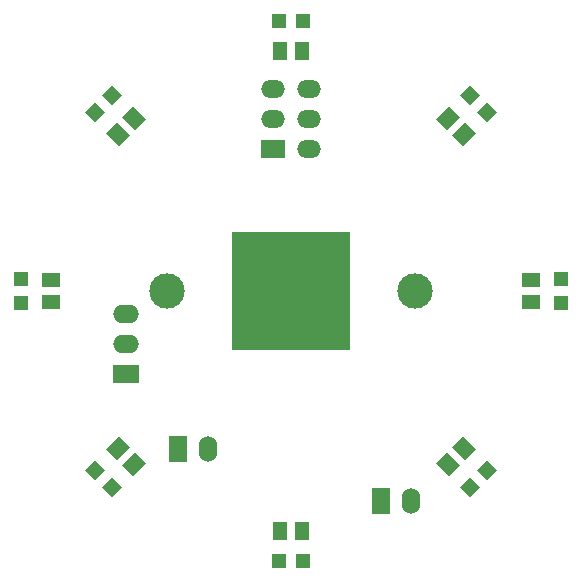
<source format=gbs>
%FSLAX34Y34*%
G04 Gerber Fmt 3.4, Leading zero omitted, Abs format*
G04 (created by PCBNEW (2013-jul-14)-product) date Sunday, 05 January 2014 05:56:02 pm*
%MOIN*%
G01*
G70*
G90*
G04 APERTURE LIST*
%ADD10C,0.005906*%
%ADD11C,0.118110*%
%ADD12R,0.393701X0.393701*%
%ADD13R,0.078700X0.060000*%
%ADD14O,0.078700X0.060000*%
%ADD15R,0.086600X0.060000*%
%ADD16O,0.086600X0.060000*%
%ADD17R,0.060000X0.086600*%
%ADD18O,0.060000X0.086600*%
%ADD19R,0.047200X0.047200*%
%ADD20R,0.059000X0.051200*%
%ADD21R,0.051200X0.059000*%
G04 APERTURE END LIST*
G54D10*
G54D11*
X72365Y-42000D03*
X80634Y-42000D03*
G54D12*
X76500Y-42000D03*
G54D13*
X75902Y-37250D03*
G54D14*
X77098Y-37250D03*
X75902Y-36250D03*
X77098Y-36250D03*
X75902Y-35250D03*
X77098Y-35250D03*
G54D15*
X71000Y-44750D03*
G54D16*
X71000Y-43750D03*
X71000Y-42750D03*
G54D17*
X79500Y-49000D03*
G54D18*
X80500Y-49000D03*
G54D17*
X72750Y-47250D03*
G54D18*
X73750Y-47250D03*
G54D19*
X85500Y-41587D03*
X85500Y-42413D03*
G54D10*
G36*
X82124Y-35457D02*
X82457Y-35124D01*
X82791Y-35457D01*
X82457Y-35791D01*
X82124Y-35457D01*
X82124Y-35457D01*
G37*
G36*
X82708Y-36042D02*
X83042Y-35708D01*
X83375Y-36042D01*
X83042Y-36375D01*
X82708Y-36042D01*
X82708Y-36042D01*
G37*
G36*
X83042Y-47624D02*
X83375Y-47957D01*
X83042Y-48291D01*
X82708Y-47957D01*
X83042Y-47624D01*
X83042Y-47624D01*
G37*
G36*
X82457Y-48208D02*
X82791Y-48542D01*
X82457Y-48875D01*
X82124Y-48542D01*
X82457Y-48208D01*
X82457Y-48208D01*
G37*
G54D19*
X76087Y-33000D03*
X76913Y-33000D03*
X76913Y-51000D03*
X76087Y-51000D03*
G54D10*
G36*
X69957Y-36375D02*
X69624Y-36042D01*
X69957Y-35708D01*
X70291Y-36042D01*
X69957Y-36375D01*
X69957Y-36375D01*
G37*
G36*
X70542Y-35791D02*
X70208Y-35457D01*
X70542Y-35124D01*
X70875Y-35457D01*
X70542Y-35791D01*
X70542Y-35791D01*
G37*
G36*
X70875Y-48542D02*
X70542Y-48875D01*
X70208Y-48542D01*
X70542Y-48208D01*
X70875Y-48542D01*
X70875Y-48542D01*
G37*
G36*
X70291Y-47957D02*
X69957Y-48291D01*
X69624Y-47957D01*
X69957Y-47624D01*
X70291Y-47957D01*
X70291Y-47957D01*
G37*
G54D19*
X67500Y-42413D03*
X67500Y-41587D03*
G54D20*
X84500Y-41625D03*
X84500Y-42375D03*
G54D10*
G36*
X82124Y-36207D02*
X81707Y-36624D01*
X81345Y-36262D01*
X81762Y-35845D01*
X82124Y-36207D01*
X82124Y-36207D01*
G37*
G36*
X82654Y-36737D02*
X82237Y-37154D01*
X81875Y-36792D01*
X82292Y-36375D01*
X82654Y-36737D01*
X82654Y-36737D01*
G37*
G36*
X82292Y-47624D02*
X81875Y-47207D01*
X82237Y-46845D01*
X82654Y-47262D01*
X82292Y-47624D01*
X82292Y-47624D01*
G37*
G36*
X81762Y-48154D02*
X81345Y-47737D01*
X81707Y-47375D01*
X82124Y-47792D01*
X81762Y-48154D01*
X81762Y-48154D01*
G37*
G54D21*
X76125Y-34000D03*
X76875Y-34000D03*
X76875Y-50000D03*
X76125Y-50000D03*
G54D10*
G36*
X70707Y-36375D02*
X71124Y-36792D01*
X70762Y-37154D01*
X70345Y-36737D01*
X70707Y-36375D01*
X70707Y-36375D01*
G37*
G36*
X71237Y-35845D02*
X71654Y-36262D01*
X71292Y-36624D01*
X70875Y-36207D01*
X71237Y-35845D01*
X71237Y-35845D01*
G37*
G36*
X70875Y-47792D02*
X71292Y-47375D01*
X71654Y-47737D01*
X71237Y-48154D01*
X70875Y-47792D01*
X70875Y-47792D01*
G37*
G36*
X70345Y-47262D02*
X70762Y-46845D01*
X71124Y-47207D01*
X70707Y-47624D01*
X70345Y-47262D01*
X70345Y-47262D01*
G37*
G54D20*
X68500Y-42375D03*
X68500Y-41625D03*
M02*

</source>
